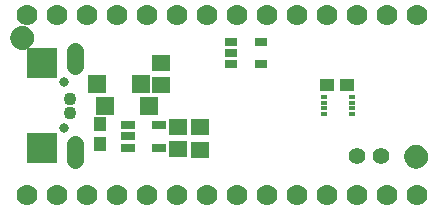
<source format=gbr>
G04 EAGLE Gerber RS-274X export*
G75*
%MOMM*%
%FSLAX34Y34*%
%LPD*%
%INSoldermask Bottom*%
%IPPOS*%
%AMOC8*
5,1,8,0,0,1.08239X$1,22.5*%
G01*
%ADD10R,1.301600X0.651600*%
%ADD11C,0.801600*%
%ADD12R,2.514600X2.514600*%
%ADD13C,1.409600*%
%ADD14R,1.501600X1.501600*%
%ADD15R,0.601600X0.376600*%
%ADD16R,1.176600X1.101600*%
%ADD17R,1.601600X1.341600*%
%ADD18C,1.401600*%
%ADD19C,1.101600*%
%ADD20C,1.778000*%
%ADD21R,1.101600X1.176600*%
%ADD22C,0.500000*%
%ADD23R,1.091600X0.791600*%


D10*
X98251Y53238D03*
X98251Y62738D03*
X98251Y72238D03*
X124253Y72238D03*
X124253Y53238D03*
D11*
X44450Y108400D03*
X44450Y69400D03*
D12*
X25450Y52900D03*
X25450Y124900D03*
D13*
X53450Y121900D02*
X53450Y134980D01*
X53450Y55900D02*
X53450Y42820D01*
D14*
X115909Y88773D03*
X78909Y88773D03*
D15*
X288352Y96400D03*
X288352Y91400D03*
X288352Y86400D03*
X288352Y81400D03*
X264352Y96400D03*
X264352Y91400D03*
X264352Y86400D03*
X264352Y81400D03*
D16*
X283836Y106426D03*
X266836Y106426D03*
D17*
X159639Y51460D03*
X159639Y70460D03*
X126746Y125197D03*
X126746Y106197D03*
X140843Y51714D03*
X140843Y70714D03*
D18*
X292100Y45720D03*
X312420Y45720D03*
D19*
X49530Y82550D03*
X49530Y94615D03*
D20*
X12700Y165100D03*
X38100Y165100D03*
X63500Y165100D03*
X88900Y165100D03*
X114300Y165100D03*
X139700Y165100D03*
X165100Y165100D03*
X190500Y165100D03*
X215900Y165100D03*
X241300Y165100D03*
X266700Y165100D03*
X292100Y165100D03*
X317500Y165100D03*
X342900Y165100D03*
X342900Y12700D03*
X317500Y12700D03*
X292100Y12700D03*
X266700Y12700D03*
X241300Y12700D03*
X215900Y12700D03*
X190500Y12700D03*
X165100Y12700D03*
X139700Y12700D03*
X114300Y12700D03*
X88900Y12700D03*
X63500Y12700D03*
X38100Y12700D03*
X12700Y12700D03*
D14*
X109305Y107315D03*
X72305Y107315D03*
D21*
X74930Y73270D03*
X74930Y56270D03*
D19*
X8890Y146050D03*
D22*
X16390Y146050D02*
X16388Y146231D01*
X16381Y146412D01*
X16370Y146593D01*
X16355Y146774D01*
X16335Y146954D01*
X16311Y147134D01*
X16283Y147313D01*
X16250Y147491D01*
X16213Y147668D01*
X16172Y147845D01*
X16127Y148020D01*
X16077Y148195D01*
X16023Y148368D01*
X15965Y148539D01*
X15903Y148710D01*
X15836Y148878D01*
X15766Y149045D01*
X15692Y149211D01*
X15613Y149374D01*
X15531Y149535D01*
X15445Y149695D01*
X15355Y149852D01*
X15261Y150007D01*
X15164Y150160D01*
X15062Y150310D01*
X14958Y150458D01*
X14849Y150604D01*
X14738Y150746D01*
X14622Y150886D01*
X14504Y151023D01*
X14382Y151158D01*
X14257Y151289D01*
X14129Y151417D01*
X13998Y151542D01*
X13863Y151664D01*
X13726Y151782D01*
X13586Y151898D01*
X13444Y152009D01*
X13298Y152118D01*
X13150Y152222D01*
X13000Y152324D01*
X12847Y152421D01*
X12692Y152515D01*
X12535Y152605D01*
X12375Y152691D01*
X12214Y152773D01*
X12051Y152852D01*
X11885Y152926D01*
X11718Y152996D01*
X11550Y153063D01*
X11379Y153125D01*
X11208Y153183D01*
X11035Y153237D01*
X10860Y153287D01*
X10685Y153332D01*
X10508Y153373D01*
X10331Y153410D01*
X10153Y153443D01*
X9974Y153471D01*
X9794Y153495D01*
X9614Y153515D01*
X9433Y153530D01*
X9252Y153541D01*
X9071Y153548D01*
X8890Y153550D01*
X8709Y153548D01*
X8528Y153541D01*
X8347Y153530D01*
X8166Y153515D01*
X7986Y153495D01*
X7806Y153471D01*
X7627Y153443D01*
X7449Y153410D01*
X7272Y153373D01*
X7095Y153332D01*
X6920Y153287D01*
X6745Y153237D01*
X6572Y153183D01*
X6401Y153125D01*
X6230Y153063D01*
X6062Y152996D01*
X5895Y152926D01*
X5729Y152852D01*
X5566Y152773D01*
X5405Y152691D01*
X5245Y152605D01*
X5088Y152515D01*
X4933Y152421D01*
X4780Y152324D01*
X4630Y152222D01*
X4482Y152118D01*
X4336Y152009D01*
X4194Y151898D01*
X4054Y151782D01*
X3917Y151664D01*
X3782Y151542D01*
X3651Y151417D01*
X3523Y151289D01*
X3398Y151158D01*
X3276Y151023D01*
X3158Y150886D01*
X3042Y150746D01*
X2931Y150604D01*
X2822Y150458D01*
X2718Y150310D01*
X2616Y150160D01*
X2519Y150007D01*
X2425Y149852D01*
X2335Y149695D01*
X2249Y149535D01*
X2167Y149374D01*
X2088Y149211D01*
X2014Y149045D01*
X1944Y148878D01*
X1877Y148710D01*
X1815Y148539D01*
X1757Y148368D01*
X1703Y148195D01*
X1653Y148020D01*
X1608Y147845D01*
X1567Y147668D01*
X1530Y147491D01*
X1497Y147313D01*
X1469Y147134D01*
X1445Y146954D01*
X1425Y146774D01*
X1410Y146593D01*
X1399Y146412D01*
X1392Y146231D01*
X1390Y146050D01*
X1392Y145869D01*
X1399Y145688D01*
X1410Y145507D01*
X1425Y145326D01*
X1445Y145146D01*
X1469Y144966D01*
X1497Y144787D01*
X1530Y144609D01*
X1567Y144432D01*
X1608Y144255D01*
X1653Y144080D01*
X1703Y143905D01*
X1757Y143732D01*
X1815Y143561D01*
X1877Y143390D01*
X1944Y143222D01*
X2014Y143055D01*
X2088Y142889D01*
X2167Y142726D01*
X2249Y142565D01*
X2335Y142405D01*
X2425Y142248D01*
X2519Y142093D01*
X2616Y141940D01*
X2718Y141790D01*
X2822Y141642D01*
X2931Y141496D01*
X3042Y141354D01*
X3158Y141214D01*
X3276Y141077D01*
X3398Y140942D01*
X3523Y140811D01*
X3651Y140683D01*
X3782Y140558D01*
X3917Y140436D01*
X4054Y140318D01*
X4194Y140202D01*
X4336Y140091D01*
X4482Y139982D01*
X4630Y139878D01*
X4780Y139776D01*
X4933Y139679D01*
X5088Y139585D01*
X5245Y139495D01*
X5405Y139409D01*
X5566Y139327D01*
X5729Y139248D01*
X5895Y139174D01*
X6062Y139104D01*
X6230Y139037D01*
X6401Y138975D01*
X6572Y138917D01*
X6745Y138863D01*
X6920Y138813D01*
X7095Y138768D01*
X7272Y138727D01*
X7449Y138690D01*
X7627Y138657D01*
X7806Y138629D01*
X7986Y138605D01*
X8166Y138585D01*
X8347Y138570D01*
X8528Y138559D01*
X8709Y138552D01*
X8890Y138550D01*
X9071Y138552D01*
X9252Y138559D01*
X9433Y138570D01*
X9614Y138585D01*
X9794Y138605D01*
X9974Y138629D01*
X10153Y138657D01*
X10331Y138690D01*
X10508Y138727D01*
X10685Y138768D01*
X10860Y138813D01*
X11035Y138863D01*
X11208Y138917D01*
X11379Y138975D01*
X11550Y139037D01*
X11718Y139104D01*
X11885Y139174D01*
X12051Y139248D01*
X12214Y139327D01*
X12375Y139409D01*
X12535Y139495D01*
X12692Y139585D01*
X12847Y139679D01*
X13000Y139776D01*
X13150Y139878D01*
X13298Y139982D01*
X13444Y140091D01*
X13586Y140202D01*
X13726Y140318D01*
X13863Y140436D01*
X13998Y140558D01*
X14129Y140683D01*
X14257Y140811D01*
X14382Y140942D01*
X14504Y141077D01*
X14622Y141214D01*
X14738Y141354D01*
X14849Y141496D01*
X14958Y141642D01*
X15062Y141790D01*
X15164Y141940D01*
X15261Y142093D01*
X15355Y142248D01*
X15445Y142405D01*
X15531Y142565D01*
X15613Y142726D01*
X15692Y142889D01*
X15766Y143055D01*
X15836Y143222D01*
X15903Y143390D01*
X15965Y143561D01*
X16023Y143732D01*
X16077Y143905D01*
X16127Y144080D01*
X16172Y144255D01*
X16213Y144432D01*
X16250Y144609D01*
X16283Y144787D01*
X16311Y144966D01*
X16335Y145146D01*
X16355Y145326D01*
X16370Y145507D01*
X16381Y145688D01*
X16388Y145869D01*
X16390Y146050D01*
D19*
X342392Y45466D03*
D22*
X349892Y45466D02*
X349890Y45647D01*
X349883Y45828D01*
X349872Y46009D01*
X349857Y46190D01*
X349837Y46370D01*
X349813Y46550D01*
X349785Y46729D01*
X349752Y46907D01*
X349715Y47084D01*
X349674Y47261D01*
X349629Y47436D01*
X349579Y47611D01*
X349525Y47784D01*
X349467Y47955D01*
X349405Y48126D01*
X349338Y48294D01*
X349268Y48461D01*
X349194Y48627D01*
X349115Y48790D01*
X349033Y48951D01*
X348947Y49111D01*
X348857Y49268D01*
X348763Y49423D01*
X348666Y49576D01*
X348564Y49726D01*
X348460Y49874D01*
X348351Y50020D01*
X348240Y50162D01*
X348124Y50302D01*
X348006Y50439D01*
X347884Y50574D01*
X347759Y50705D01*
X347631Y50833D01*
X347500Y50958D01*
X347365Y51080D01*
X347228Y51198D01*
X347088Y51314D01*
X346946Y51425D01*
X346800Y51534D01*
X346652Y51638D01*
X346502Y51740D01*
X346349Y51837D01*
X346194Y51931D01*
X346037Y52021D01*
X345877Y52107D01*
X345716Y52189D01*
X345553Y52268D01*
X345387Y52342D01*
X345220Y52412D01*
X345052Y52479D01*
X344881Y52541D01*
X344710Y52599D01*
X344537Y52653D01*
X344362Y52703D01*
X344187Y52748D01*
X344010Y52789D01*
X343833Y52826D01*
X343655Y52859D01*
X343476Y52887D01*
X343296Y52911D01*
X343116Y52931D01*
X342935Y52946D01*
X342754Y52957D01*
X342573Y52964D01*
X342392Y52966D01*
X342211Y52964D01*
X342030Y52957D01*
X341849Y52946D01*
X341668Y52931D01*
X341488Y52911D01*
X341308Y52887D01*
X341129Y52859D01*
X340951Y52826D01*
X340774Y52789D01*
X340597Y52748D01*
X340422Y52703D01*
X340247Y52653D01*
X340074Y52599D01*
X339903Y52541D01*
X339732Y52479D01*
X339564Y52412D01*
X339397Y52342D01*
X339231Y52268D01*
X339068Y52189D01*
X338907Y52107D01*
X338747Y52021D01*
X338590Y51931D01*
X338435Y51837D01*
X338282Y51740D01*
X338132Y51638D01*
X337984Y51534D01*
X337838Y51425D01*
X337696Y51314D01*
X337556Y51198D01*
X337419Y51080D01*
X337284Y50958D01*
X337153Y50833D01*
X337025Y50705D01*
X336900Y50574D01*
X336778Y50439D01*
X336660Y50302D01*
X336544Y50162D01*
X336433Y50020D01*
X336324Y49874D01*
X336220Y49726D01*
X336118Y49576D01*
X336021Y49423D01*
X335927Y49268D01*
X335837Y49111D01*
X335751Y48951D01*
X335669Y48790D01*
X335590Y48627D01*
X335516Y48461D01*
X335446Y48294D01*
X335379Y48126D01*
X335317Y47955D01*
X335259Y47784D01*
X335205Y47611D01*
X335155Y47436D01*
X335110Y47261D01*
X335069Y47084D01*
X335032Y46907D01*
X334999Y46729D01*
X334971Y46550D01*
X334947Y46370D01*
X334927Y46190D01*
X334912Y46009D01*
X334901Y45828D01*
X334894Y45647D01*
X334892Y45466D01*
X334894Y45285D01*
X334901Y45104D01*
X334912Y44923D01*
X334927Y44742D01*
X334947Y44562D01*
X334971Y44382D01*
X334999Y44203D01*
X335032Y44025D01*
X335069Y43848D01*
X335110Y43671D01*
X335155Y43496D01*
X335205Y43321D01*
X335259Y43148D01*
X335317Y42977D01*
X335379Y42806D01*
X335446Y42638D01*
X335516Y42471D01*
X335590Y42305D01*
X335669Y42142D01*
X335751Y41981D01*
X335837Y41821D01*
X335927Y41664D01*
X336021Y41509D01*
X336118Y41356D01*
X336220Y41206D01*
X336324Y41058D01*
X336433Y40912D01*
X336544Y40770D01*
X336660Y40630D01*
X336778Y40493D01*
X336900Y40358D01*
X337025Y40227D01*
X337153Y40099D01*
X337284Y39974D01*
X337419Y39852D01*
X337556Y39734D01*
X337696Y39618D01*
X337838Y39507D01*
X337984Y39398D01*
X338132Y39294D01*
X338282Y39192D01*
X338435Y39095D01*
X338590Y39001D01*
X338747Y38911D01*
X338907Y38825D01*
X339068Y38743D01*
X339231Y38664D01*
X339397Y38590D01*
X339564Y38520D01*
X339732Y38453D01*
X339903Y38391D01*
X340074Y38333D01*
X340247Y38279D01*
X340422Y38229D01*
X340597Y38184D01*
X340774Y38143D01*
X340951Y38106D01*
X341129Y38073D01*
X341308Y38045D01*
X341488Y38021D01*
X341668Y38001D01*
X341849Y37986D01*
X342030Y37975D01*
X342211Y37968D01*
X342392Y37966D01*
X342573Y37968D01*
X342754Y37975D01*
X342935Y37986D01*
X343116Y38001D01*
X343296Y38021D01*
X343476Y38045D01*
X343655Y38073D01*
X343833Y38106D01*
X344010Y38143D01*
X344187Y38184D01*
X344362Y38229D01*
X344537Y38279D01*
X344710Y38333D01*
X344881Y38391D01*
X345052Y38453D01*
X345220Y38520D01*
X345387Y38590D01*
X345553Y38664D01*
X345716Y38743D01*
X345877Y38825D01*
X346037Y38911D01*
X346194Y39001D01*
X346349Y39095D01*
X346502Y39192D01*
X346652Y39294D01*
X346800Y39398D01*
X346946Y39507D01*
X347088Y39618D01*
X347228Y39734D01*
X347365Y39852D01*
X347500Y39974D01*
X347631Y40099D01*
X347759Y40227D01*
X347884Y40358D01*
X348006Y40493D01*
X348124Y40630D01*
X348240Y40770D01*
X348351Y40912D01*
X348460Y41058D01*
X348564Y41206D01*
X348666Y41356D01*
X348763Y41509D01*
X348857Y41664D01*
X348947Y41821D01*
X349033Y41981D01*
X349115Y42142D01*
X349194Y42305D01*
X349268Y42471D01*
X349338Y42638D01*
X349405Y42806D01*
X349467Y42977D01*
X349525Y43148D01*
X349579Y43321D01*
X349629Y43496D01*
X349674Y43671D01*
X349715Y43848D01*
X349752Y44025D01*
X349785Y44203D01*
X349813Y44382D01*
X349837Y44562D01*
X349857Y44742D01*
X349872Y44923D01*
X349883Y45104D01*
X349890Y45285D01*
X349892Y45466D01*
D23*
X185220Y123850D03*
X185220Y133350D03*
X185220Y142850D03*
X211120Y142850D03*
X211120Y123850D03*
M02*

</source>
